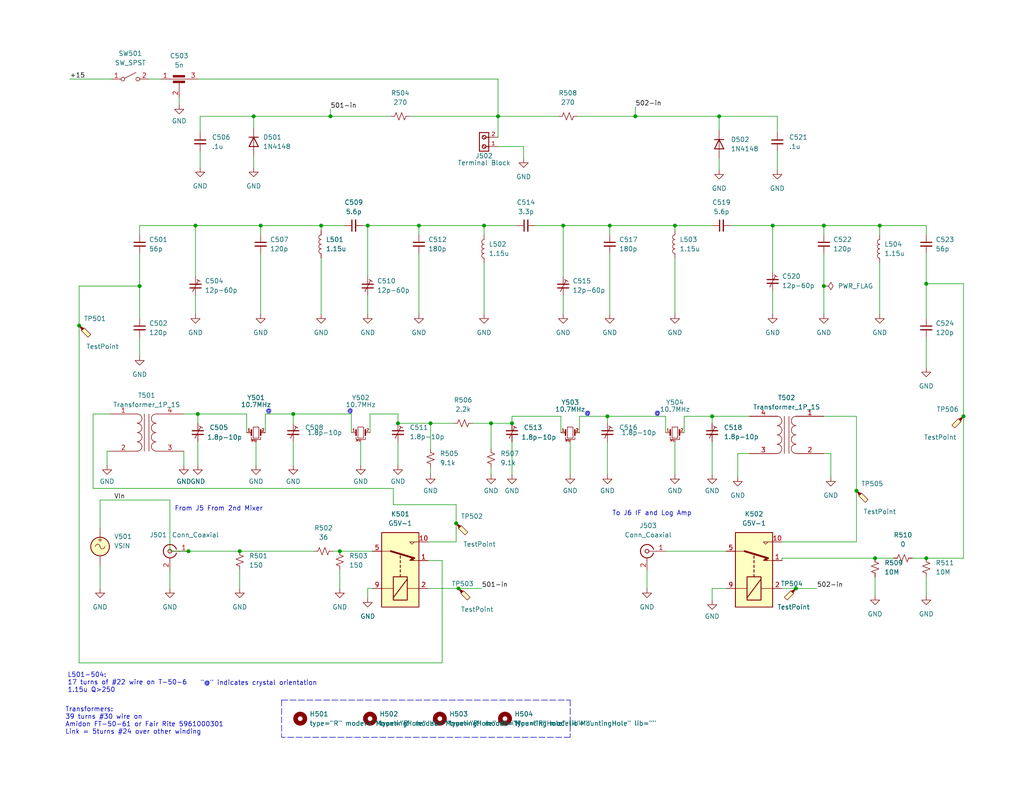
<source format=kicad_sch>
(kicad_sch (version 20211123) (generator eeschema)
  (paper "USLetter")
  (title_block (title "Spectrum Analyzer Resolution Filter") (date "2022-06-23") (rev "0.0") (company "Andy McCann KA3KAF and Doug McCann KA3KAG") (comment 2 "Wes Hayward W7ZOI") (comment 3 "Original Design By:"))
  (lib_symbols
    (symbol "691137710002:691137710002" (pin_names (offset 1.016) hide)
      (property "Reference" "J" (at -4.8768 -0.9144 0))
      (property "Value" "691137710002" (at -4.826 -2.5908 0))
      (symbol "691137710002_0_0"
        (pin passive line (at -2.54 -5.08 90) (length 2.54) (name "~") (number "1"))
        (pin passive line (at 0 -5.08 90) (length 2.54) (name "~") (number "2"))
      )
    )
    (symbol "Connector:Conn_Coaxial" (pin_names (offset 1.016) hide)
      (property "Reference" "J" (at 0.254 3.048 0))
      (property "Value" "Conn_Coaxial" (at 2.921 0 90))
      (symbol "Conn_Coaxial_1_1"
        (pin passive line (at -5.08 0 0) (length 2.54) (name "In") (number "1"))
        (pin passive line (at 0 -5.08 90) (length 2.54) (name "Ext") (number "2"))
      )
    )
    (symbol "Connector:TestPoint_Probe" (pin_numbers hide) (pin_names (offset 0.762) hide)
      (property "Reference" "TP" (at 1.651 5.842 0))
      (property "Value" "TestPoint_Probe" (at 1.651 4.064 0))
      (symbol "TestPoint_Probe_1_1"
        (pin passive line (at 0 0 90) (length 0) (name "1") (number "1"))
      )
    )
    (symbol "Device:C_Feedthrough" (pin_names (offset 0.254) hide)
      (property "Reference" "C" (at 0 7.62 0))
      (property "Value" "C_Feedthrough" (at 0 5.715 0))
      (symbol "C_Feedthrough_1_1"
        (pin passive line (at -5.08 2.54 0) (length 2.54) (name "1") (number "1"))
        (pin passive line (at 0 -2.54 90) (length 2.54) (name "2") (number "2"))
        (pin passive line (at 5.08 2.54 180) (length 2.54) (name "3") (number "3"))
      )
    )
    (symbol "Device:C_Small" (pin_numbers hide) (pin_names (offset 0.254) hide)
      (property "Reference" "C" (at 0.254 1.778 0))
      (property "Value" "C_Small" (at 0.254 -2.032 0))
      (symbol "C_Small_1_1"
        (pin passive line (at 0 2.54 270) (length 2.032) (name "~") (number "1"))
        (pin passive line (at 0 -2.54 90) (length 2.032) (name "~") (number "2"))
      )
    )
    (symbol "Device:C_Trim_Small" (pin_numbers hide) (pin_names (offset 0.254) hide)
      (property "Reference" "C" (at 1.524 -2.032 0))
      (property "Value" "C_Trim_Small" (at 3.048 -3.556 0))
      (symbol "C_Trim_Small_1_1"
        (pin passive line (at 0 2.54 270) (length 2.032) (name "~") (number "1"))
        (pin passive line (at 0 -2.54 90) (length 2.032) (name "~") (number "2"))
      )
    )
    (symbol "Device:Crystal_GND3_Small" (pin_names (offset 1.016) hide)
      (property "Reference" "Y" (at 0 5.08 0))
      (property "Value" "Crystal_GND3_Small" (at 0 3.175 0))
      (symbol "Crystal_GND3_Small_1_1"
        (pin passive line (at -2.54 0 0) (length 1.27) (name "1") (number "1"))
        (pin passive line (at 2.54 0 180) (length 1.27) (name "2") (number "2"))
        (pin passive line (at 0 -2.54 90) (length 0.635) (name "3") (number "3"))
      )
    )
    (symbol "Device:L" (pin_numbers hide) (pin_names (offset 1.016) hide)
      (property "Reference" "L" (at -1.27 0 90))
      (property "Value" "L" (at 1.905 0 90))
      (symbol "L_1_1"
        (pin passive line (at 0 3.81 270) (length 1.27) (name "1") (number "1"))
        (pin passive line (at 0 -3.81 90) (length 1.27) (name "2") (number "2"))
      )
    )
    (symbol "Device:R_Small_US" (pin_numbers hide) (pin_names (offset 0.254) hide)
      (property "Reference" "R" (at 0.762 0.508 0))
      (property "Value" "R_Small_US" (at 0.762 -1.016 0))
      (symbol "R_Small_US_1_1"
        (pin passive line (at 0 2.54 270) (length 1.016) (name "~") (number "1"))
        (pin passive line (at 0 -2.54 90) (length 1.016) (name "~") (number "2"))
      )
    )
    (symbol "Device:Transformer_1P_1S" (pin_names (offset 1.016) hide)
      (property "Reference" "T" (at 0 6.35 0))
      (property "Value" "Transformer_1P_1S" (at 0 -7.62 0))
      (symbol "Transformer_1P_1S_1_1"
        (pin passive line (at -10.16 5.08 0) (length 7.62) (name "AA") (number "1"))
        (pin passive line (at -10.16 -5.08 0) (length 7.62) (name "AB") (number "2"))
        (pin passive line (at 10.16 -5.08 180) (length 7.62) (name "SA") (number "3"))
        (pin passive line (at 10.16 5.08 180) (length 7.62) (name "SB") (number "4"))
      )
    )
    (symbol "Diode:1N4148" (pin_numbers hide) (pin_names (offset 1.016) hide)
      (property "Reference" "D" (at 0 2.54 0))
      (property "Value" "1N4148" (at 0 -2.54 0))
      (symbol "1N4148_1_1"
        (pin passive line (at -3.81 0 0) (length 2.54) (name "K") (number "1"))
        (pin passive line (at 3.81 0 180) (length 2.54) (name "A") (number "2"))
      )
    )
    (symbol "Mechanical:MountingHole" (pin_names (offset 1.016))
      (property "Reference" "H" (at 0 5.08 0))
      (property "Value" "MountingHole" (at 0 3.175 0))
    )
    (symbol "Relay:G5V-1"
      (property "Reference" "K" (at 11.43 3.81 0))
      (property "Value" "G5V-1" (at 11.43 1.27 0))
      (symbol "G5V-1_1_1"
        (pin passive line (at 2.54 7.62 270) (length 2.54) (name "~") (number "1"))
        (pin passive line (at 7.62 7.62 270) (length 2.54) (name "~") (number "10"))
        (pin passive line (at -5.08 7.62 270) (length 2.54) (name "~") (number "2"))
        (pin passive line (at 5.08 -7.62 90) (length 2.54) (name "~") (number "5"))
        (pin passive line (at 5.08 -7.62 90) (length 2.54) hide (name "~") (number "6"))
        (pin passive line (at -5.08 -7.62 90) (length 2.54) (name "~") (number "9"))
      )
    )
    (symbol "Simulation_SPICE:VSIN" (pin_numbers hide) (pin_names (offset 0.0254))
      (property "Reference" "V" (at 2.54 2.54 0))
      (property "Value" "VSIN" (at 2.54 0 0))
      (property "Spice_Model" "sin(0 1 1k)" (at 2.54 -2.54 0))
      (symbol "VSIN_0_0"
        (text "+" (at 0 1.905 0) (effects (font (size 1.27 1.27))))
      )
      (symbol "VSIN_1_1"
        (pin passive line (at 0 5.08 270) (length 2.54) (name "~") (number "1"))
        (pin passive line (at 0 -5.08 90) (length 2.54) (name "~") (number "2"))
      )
    )
    (symbol "Switch:SW_SPST" (pin_names (offset 0) hide)
      (property "Reference" "SW" (at 0 3.175 0))
      (property "Value" "SW_SPST" (at 0 -2.54 0))
      (symbol "SW_SPST_1_1"
        (pin passive line (at -5.08 0 0) (length 2.54) (name "A") (number "1"))
        (pin passive line (at 5.08 0 180) (length 2.54) (name "B") (number "2"))
      )
    )
    (symbol "power:GND" (power) (pin_names (offset 0))
      (property "Value" "GND" (at 0 -3.81 0))
      (symbol "GND_1_1"
        (pin power_in line (at 0 0 270) (length 0) hide (name "GND") (number "1"))
      )
    )
    (symbol "power:PWR_FLAG" (power) (pin_numbers hide) (pin_names (offset 0) hide)
      (property "Value" "PWR_FLAG" (at 0 3.81 0))
      (symbol "PWR_FLAG_0_0"
        (pin power_out line (at 0 0 90) (length 0) (name "pwr") (number "1"))
      )
    )
  )
  (junction (at 194.31 113.665))
  (junction (at 224.79 78.105))
  (junction (at 124.46 142.875))
  (junction (at 233.68 133.985))
  (junction (at 65.405 150.495))
  (junction (at 224.79 61.595))
  (junction (at 114.3 61.595))
  (junction (at 139.7 115.57))
  (junction (at 217.17 160.655))
  (junction (at 71.12 61.595))
  (junction (at 262.89 113.665))
  (junction (at 38.1 78.105))
  (junction (at 132.08 61.595))
  (junction (at 51.435 150.495))
  (junction (at 165.735 113.665))
  (junction (at 135.89 31.75))
  (junction (at 53.975 113.03))
  (junction (at 108.585 115.57))
  (junction (at 133.985 115.57))
  (junction (at 125.095 160.655))
  (junction (at 166.37 61.595))
  (junction (at 252.73 152.4))
  (junction (at 53.34 61.595))
  (junction (at 238.76 152.4))
  (junction (at 252.73 77.47))
  (junction (at 240.03 61.595))
  (junction (at 210.82 61.595))
  (junction (at 153.67 61.595))
  (junction (at 90.17 31.75))
  (junction (at 184.15 61.595))
  (junction (at 21.59 88.9))
  (junction (at 87.63 61.595))
  (junction (at 69.215 31.75))
  (junction (at 80.01 113.03))
  (junction (at 196.215 31.75))
  (junction (at 117.475 115.57))
  (junction (at 100.33 61.595))
  (junction (at 173.355 31.75))
  (junction (at 92.71 150.495))
  (wire (pts (xy 176.53 155.575) (xy 176.53 160.655)))
  (wire (pts (xy 120.65 153.035) (xy 120.65 180.975)))
  (wire (pts (xy 53.34 61.595) (xy 53.34 75.565)))
  (wire (pts (xy 139.7 115.57) (xy 139.7 113.665)))
  (wire (pts (xy 100.33 80.645) (xy 100.33 85.725)))
  (wire (pts (xy 107.315 137.795) (xy 124.46 137.795)))
  (wire (pts (xy 224.79 64.135) (xy 224.79 61.595)))
  (wire (pts (xy 117.475 122.555) (xy 117.475 115.57)))
  (wire (pts (xy 135.89 31.75) (xy 152.4 31.75)))
  (wire (pts (xy 48.895 26.67) (xy 48.895 28.575)))
  (wire (pts (xy 224.79 113.665) (xy 233.68 113.665)))
  (wire (pts (xy 184.15 70.485) (xy 184.15 85.725)))
  (wire (pts (xy 108.585 113.03) (xy 108.585 115.57)))
  (wire (pts (xy 240.03 64.135) (xy 240.03 61.595)))
  (wire (pts (xy 196.215 43.18) (xy 196.215 46.355)))
  (wire (pts (xy 224.79 123.825) (xy 226.695 123.825)))
  (wire (pts (xy 139.7 120.65) (xy 139.7 129.54)))
  (wire (pts (xy 252.73 92.075) (xy 252.73 100.33)))
  (wire (pts (xy 135.89 21.59) (xy 53.975 21.59)))
  (wire (pts (xy 101.6 150.495) (xy 92.71 150.495)))
  (wire (pts (xy 233.68 147.955) (xy 213.36 147.955)))
  (wire (pts (xy 166.37 69.215) (xy 166.37 85.725)))
  (wire (pts (xy 212.09 31.75) (xy 212.09 36.195)))
  (wire (pts (xy 38.1 97.155) (xy 38.1 92.075)))
  (wire (pts (xy 153.035 113.665) (xy 153.035 118.11)))
  (wire (pts (xy 184.15 120.65) (xy 184.15 129.54)))
  (wire (pts (xy 53.34 61.595) (xy 71.12 61.595)))
  (wire (pts (xy 90.17 29.845) (xy 90.17 31.75)))
  (wire (pts (xy 38.1 64.135) (xy 38.1 61.595)))
  (wire (pts (xy 53.975 113.03) (xy 67.31 113.03)))
  (wire (pts (xy 204.47 123.825) (xy 201.295 123.825)))
  (polyline (pts (xy 76.835 191.135) (xy 155.575 191.135)))
  (wire (pts (xy 213.36 160.655) (xy 217.17 160.655)))
  (wire (pts (xy 123.825 115.57) (xy 117.475 115.57)))
  (wire (pts (xy 204.47 113.665) (xy 194.31 113.665)))
  (wire (pts (xy 65.405 155.575) (xy 65.405 160.655)))
  (wire (pts (xy 100.33 61.595) (xy 114.3 61.595)))
  (wire (pts (xy 108.585 127) (xy 108.585 120.65)))
  (wire (pts (xy 87.63 61.595) (xy 93.98 61.595)))
  (wire (pts (xy 262.89 77.47) (xy 262.89 113.665)))
  (wire (pts (xy 262.89 113.665) (xy 262.89 152.4)))
  (wire (pts (xy 196.215 31.75) (xy 212.09 31.75)))
  (wire (pts (xy 210.82 61.595) (xy 210.82 74.295)))
  (wire (pts (xy 100.965 113.03) (xy 108.585 113.03)))
  (wire (pts (xy 46.355 155.575) (xy 46.355 160.655)))
  (wire (pts (xy 124.46 142.875) (xy 124.46 147.955)))
  (wire (pts (xy 153.67 61.595) (xy 153.67 75.565)))
  (polyline (pts (xy 155.575 191.135) (xy 155.575 201.295)))
  (wire (pts (xy 196.215 31.75) (xy 196.215 35.56)))
  (wire (pts (xy 25.4 113.03) (xy 29.845 113.03)))
  (wire (pts (xy 184.15 62.865) (xy 184.15 61.595)))
  (wire (pts (xy 54.61 41.275) (xy 54.61 45.72)))
  (wire (pts (xy 100.965 118.11) (xy 100.965 113.03)))
  (wire (pts (xy 194.31 113.665) (xy 194.31 115.57)))
  (wire (pts (xy 248.92 152.4) (xy 252.73 152.4)))
  (wire (pts (xy 25.4 113.03) (xy 25.4 133.35)))
  (wire (pts (xy 87.63 62.865) (xy 87.63 61.595)))
  (polyline (pts (xy 76.835 191.135) (xy 76.835 201.295)))
  (wire (pts (xy 107.315 133.35) (xy 107.315 137.795)))
  (wire (pts (xy 98.425 120.65) (xy 98.425 127)))
  (wire (pts (xy 142.875 40.005) (xy 135.89 40.005)))
  (wire (pts (xy 135.89 37.465) (xy 135.89 31.75)))
  (wire (pts (xy 69.215 31.75) (xy 69.215 34.925)))
  (wire (pts (xy 213.36 152.4) (xy 213.36 153.035)))
  (wire (pts (xy 184.15 61.595) (xy 194.31 61.595)))
  (wire (pts (xy 27.305 144.145) (xy 27.305 136.525)))
  (wire (pts (xy 173.355 31.75) (xy 196.215 31.75)))
  (wire (pts (xy 252.73 157.48) (xy 252.73 162.56)))
  (wire (pts (xy 100.33 160.655) (xy 100.33 163.195)))
  (wire (pts (xy 217.17 160.655) (xy 222.885 160.655)))
  (wire (pts (xy 51.435 150.495) (xy 65.405 150.495)))
  (wire (pts (xy 139.7 113.665) (xy 153.035 113.665)))
  (wire (pts (xy 166.37 64.135) (xy 166.37 61.595)))
  (wire (pts (xy 54.61 36.195) (xy 54.61 31.75)))
  (wire (pts (xy 132.08 64.135) (xy 132.08 61.595)))
  (wire (pts (xy 116.84 147.955) (xy 124.46 147.955)))
  (wire (pts (xy 87.63 70.485) (xy 87.63 85.725)))
  (wire (pts (xy 165.735 120.65) (xy 165.735 129.54)))
  (wire (pts (xy 128.905 115.57) (xy 133.985 115.57)))
  (wire (pts (xy 224.79 61.595) (xy 240.03 61.595)))
  (wire (pts (xy 133.985 127.635) (xy 133.985 129.54)))
  (wire (pts (xy 38.1 61.595) (xy 53.34 61.595)))
  (wire (pts (xy 142.875 43.18) (xy 142.875 40.005)))
  (wire (pts (xy 53.975 113.03) (xy 53.975 115.57)))
  (wire (pts (xy 50.165 113.03) (xy 53.975 113.03)))
  (wire (pts (xy 27.305 136.525) (xy 46.355 136.525)))
  (wire (pts (xy 38.1 78.105) (xy 38.1 86.995)))
  (wire (pts (xy 252.73 61.595) (xy 252.73 64.135)))
  (wire (pts (xy 252.73 69.215) (xy 252.73 77.47)))
  (wire (pts (xy 158.115 113.665) (xy 158.115 118.11)))
  (wire (pts (xy 210.82 61.595) (xy 224.79 61.595)))
  (wire (pts (xy 135.89 31.75) (xy 135.89 21.59)))
  (wire (pts (xy 29.845 123.19) (xy 29.21 123.19)))
  (wire (pts (xy 38.1 69.215) (xy 38.1 78.105)))
  (wire (pts (xy 186.69 113.665) (xy 186.69 118.11)))
  (wire (pts (xy 21.59 180.975) (xy 21.59 88.9)))
  (wire (pts (xy 21.59 78.105) (xy 38.1 78.105)))
  (wire (pts (xy 100.33 61.595) (xy 100.33 75.565)))
  (wire (pts (xy 210.82 79.375) (xy 210.82 85.725)))
  (wire (pts (xy 146.05 61.595) (xy 153.67 61.595)))
  (wire (pts (xy 165.735 113.665) (xy 158.115 113.665)))
  (wire (pts (xy 116.84 160.655) (xy 125.095 160.655)))
  (wire (pts (xy 157.48 31.75) (xy 173.355 31.75)))
  (wire (pts (xy 90.17 31.75) (xy 106.68 31.75)))
  (wire (pts (xy 116.84 153.035) (xy 120.65 153.035)))
  (wire (pts (xy 233.68 133.985) (xy 233.68 147.955)))
  (wire (pts (xy 194.31 160.655) (xy 194.31 163.83)))
  (wire (pts (xy 53.975 120.65) (xy 53.975 127)))
  (wire (pts (xy 198.12 150.495) (xy 181.61 150.495)))
  (wire (pts (xy 240.03 71.755) (xy 240.03 85.725)))
  (wire (pts (xy 51.435 150.495) (xy 46.355 150.495)))
  (wire (pts (xy 132.08 71.755) (xy 132.08 85.725)))
  (wire (pts (xy 85.725 150.495) (xy 65.405 150.495)))
  (wire (pts (xy 21.59 180.975) (xy 120.65 180.975)))
  (wire (pts (xy 71.12 61.595) (xy 87.63 61.595)))
  (wire (pts (xy 101.6 160.655) (xy 100.33 160.655)))
  (wire (pts (xy 92.71 150.495) (xy 90.805 150.495)))
  (wire (pts (xy 213.36 152.4) (xy 238.76 152.4)))
  (wire (pts (xy 80.01 113.03) (xy 72.39 113.03)))
  (wire (pts (xy 95.885 113.03) (xy 80.01 113.03)))
  (wire (pts (xy 133.985 122.555) (xy 133.985 115.57)))
  (wire (pts (xy 80.01 115.57) (xy 80.01 113.03)))
  (wire (pts (xy 72.39 113.03) (xy 72.39 118.11)))
  (wire (pts (xy 199.39 61.595) (xy 210.82 61.595)))
  (wire (pts (xy 67.31 113.03) (xy 67.31 118.11)))
  (wire (pts (xy 50.165 123.19) (xy 50.165 127)))
  (wire (pts (xy 117.475 129.54) (xy 117.475 127.635)))
  (wire (pts (xy 173.355 29.21) (xy 173.355 31.75)))
  (wire (pts (xy 54.61 31.75) (xy 69.215 31.75)))
  (wire (pts (xy 111.76 31.75) (xy 135.89 31.75)))
  (wire (pts (xy 117.475 115.57) (xy 108.585 115.57)))
  (wire (pts (xy 194.31 120.65) (xy 194.31 129.54)))
  (wire (pts (xy 53.34 80.645) (xy 53.34 85.725)))
  (wire (pts (xy 262.89 152.4) (xy 252.73 152.4)))
  (wire (pts (xy 243.84 152.4) (xy 238.76 152.4)))
  (wire (pts (xy 165.735 113.665) (xy 181.61 113.665)))
  (wire (pts (xy 224.79 78.105) (xy 224.79 85.725)))
  (wire (pts (xy 114.3 69.215) (xy 114.3 85.725)))
  (wire (pts (xy 198.12 160.655) (xy 194.31 160.655)))
  (wire (pts (xy 233.68 113.665) (xy 233.68 133.985)))
  (wire (pts (xy 238.76 157.48) (xy 238.76 162.56)))
  (wire (pts (xy 43.815 21.59) (xy 40.64 21.59)))
  (wire (pts (xy 80.01 120.65) (xy 80.01 127)))
  (wire (pts (xy 95.885 118.11) (xy 95.885 113.03)))
  (wire (pts (xy 92.71 155.575) (xy 92.71 160.655)))
  (wire (pts (xy 166.37 61.595) (xy 184.15 61.595)))
  (polyline (pts (xy 155.575 201.295) (xy 76.835 201.295)))
  (wire (pts (xy 69.215 31.75) (xy 90.17 31.75)))
  (wire (pts (xy 21.59 88.9) (xy 21.59 78.105)))
  (wire (pts (xy 27.305 160.655) (xy 27.305 154.305)))
  (wire (pts (xy 124.46 137.795) (xy 124.46 142.875)))
  (wire (pts (xy 224.79 69.215) (xy 224.79 78.105)))
  (wire (pts (xy 25.4 133.35) (xy 107.315 133.35)))
  (wire (pts (xy 99.06 61.595) (xy 100.33 61.595)))
  (wire (pts (xy 132.08 61.595) (xy 140.97 61.595)))
  (wire (pts (xy 194.31 113.665) (xy 186.69 113.665)))
  (wire (pts (xy 201.295 123.825) (xy 201.295 130.175)))
  (wire (pts (xy 240.03 61.595) (xy 252.73 61.595)))
  (wire (pts (xy 212.09 41.275) (xy 212.09 46.355)))
  (wire (pts (xy 153.67 61.595) (xy 166.37 61.595)))
  (wire (pts (xy 71.12 69.215) (xy 71.12 85.725)))
  (wire (pts (xy 69.215 42.545) (xy 69.215 45.72)))
  (wire (pts (xy 153.67 80.645) (xy 153.67 85.725)))
  (wire (pts (xy 19.05 21.59) (xy 30.48 21.59)))
  (wire (pts (xy 139.7 115.57) (xy 133.985 115.57)))
  (wire (pts (xy 29.21 123.19) (xy 29.21 127)))
  (wire (pts (xy 46.355 136.525) (xy 46.355 150.495)))
  (wire (pts (xy 69.85 120.65) (xy 69.85 127)))
  (wire (pts (xy 252.73 77.47) (xy 252.73 86.995)))
  (wire (pts (xy 114.3 61.595) (xy 132.08 61.595)))
  (wire (pts (xy 155.575 120.65) (xy 155.575 129.54)))
  (wire (pts (xy 181.61 113.665) (xy 181.61 118.11)))
  (wire (pts (xy 252.73 77.47) (xy 262.89 77.47)))
  (wire (pts (xy 71.12 64.135) (xy 71.12 61.595)))
  (wire (pts (xy 125.095 160.655) (xy 131.445 160.655)))
  (wire (pts (xy 114.3 64.135) (xy 114.3 61.595)))
  (wire (pts (xy 226.695 123.825) (xy 226.695 130.175)))
  (wire (pts (xy 165.735 115.57) (xy 165.735 113.665)))
  (text "@" (at 178.435 113.665 0) (effects (font (size 1.27 1.27)) (justify left bottom)))
  (text "Transformers:\n39 turns #30 wire on\nAmidon FT-50-61 or Fair Rite 5961000301\nLink = 5turns #24 over other winding" (at 17.78 200.66 0) (effects (font (size 1.27 1.27)) (justify left bottom)))
  (text "From J5 From 2nd Mixer" (at 47.625 139.7 0) (effects (font (size 1.27 1.27)) (justify left bottom)))
  (text "@" (at 159.385 113.665 0) (effects (font (size 1.27 1.27)) (justify left bottom)))
  (text "To J6 IF and Log Amp" (at 167.005 140.97 0) (effects (font (size 1.27 1.27)) (justify left bottom)))
  (text "\"@\" indicates crystal orientation" (at 54.61 187.325 0) (effects (font (size 1.27 1.27)) (justify left bottom)))
  (text "@" (at 94.615 113.03 0) (effects (font (size 1.27 1.27)) (justify left bottom)))
  (text "@" (at 72.39 113.03 0) (effects (font (size 1.27 1.27)) (justify left bottom)))
  (text "L501-504:\n17 turns of #22 wire on T-50-6\n1.15u Q>250" (at 18.415 189.23 0) (effects (font (size 1.27 1.27)) (justify left bottom)))
  (label "501-in" (at 90.17 29.845 0))
  (label "502-in" (at 173.355 29.21 0))
  (label "502-in" (at 222.885 160.655 0))
  (label "+15" (at 19.05 21.59 0))
  (label "VIn" (at 31.115 136.525 0))
  (label "501-in" (at 131.445 160.655 0))
  (symbol (lib_id "Device:R_Small_US") (at 117.475 125.095 0) (unit 1)
    (property "Reference" "R505" (at 120.015 123.8249 0) (effects (justify left)))
    (property "Value" "9.1k" (at 120.015 126.3649 0) (effects (justify left)))
    (property "Footprint" "Resistor_THT:R_Axial_DIN0207_L6.3mm_D2.5mm_P7.62mm_Horizontal" (effects hide))
    (property "Datasheet" "https://www.yageo.com/upload/media/product/productsearch/datasheet/lr/YAGEO%20RSF_datasheet_2021v0.pdf" (effects hide))
  )
  (symbol (lib_id "power:GND") (at 100.33 163.195 0) (unit 1)
    (property "Reference" "#PWR0519" (effects hide))
    (property "Value" "GND" (at 100.33 168.275 0))
  )
  (symbol (lib_id "Device:L") (at 87.63 66.675 0) (mirror y) (unit 1)
    (property "Reference" "L501" (at 88.9 65.4049 0) (effects (justify right)))
    (property "Value" "1.15u" (at 88.9 67.9449 0) (effects (justify right)))
    (property "Footprint" "Inductor_THT:L_Toroid_Vertical_L13.0mm_W6.5mm_P5.60mm" (effects hide))
  )
  (symbol (lib_id "Connector:TestPoint_Probe") (at 217.17 160.655 180) (unit 1)
    (property "Reference" "TP504" (at 219.075 159.385 0) (effects (justify left)))
    (property "Value" "TestPoint" (at 220.98 165.735 0) (effects (justify left)))
    (property "Footprint" "TestPoint:TestPoint_Pad_1.0x1.0mm" (effects hide))
    (property "Spice_Netlist_Enabled" "N" (effects hide))
  )
  (symbol (lib_id "power:GND") (at 71.12 85.725 0) (unit 1)
    (property "Reference" "#PWR0513" (effects hide))
    (property "Value" "GND" (at 71.12 90.805 0))
  )
  (symbol (lib_id "Device:C_Small") (at 71.12 66.675 0) (unit 1)
    (property "Reference" "C507" (at 73.66 65.4112 0) (effects (justify left)))
    (property "Value" "120p" (at 73.66 67.9512 0) (effects (justify left)))
    (property "Footprint" "Capacitor_THT:C_Disc_D5.0mm_W2.5mm_P5.00mm" (effects hide))
    (property "Datasheet" "https://www.vishay.com/docs/45171/kseries.pdf" (effects hide))
  )
  (symbol (lib_id "power:GND") (at 212.09 46.355 0) (unit 1)
    (property "Reference" "#PWR0539" (effects hide))
    (property "Value" "GND" (at 212.09 51.435 0))
  )
  (symbol (lib_id "Device:Transformer_1P_1S") (at 214.63 118.745 0) (mirror y) (unit 1)
    (property "Reference" "T502" (at 214.6173 108.585 0))
    (property "Value" "Transformer_1P_1S" (at 214.6173 111.125 0))
    (property "Footprint" "Transformer_THT:Transformer_Toroid_Horizontal_D14.0mm_Amidon-T50" (effects hide))
  )
  (symbol (lib_id "Device:C_Trim_Small") (at 210.82 76.835 0) (unit 1)
    (property "Reference" "C520" (at 213.36 75.4379 0) (effects (justify left)))
    (property "Value" "12p-60p" (at 213.36 77.9779 0) (effects (justify left)))
    (property "Footprint" "resolution-filters:GKG60015" (effects hide))
    (property "Datasheet" "https://media.digikey.com/pdf/Data%20Sheets/EW%20Electronics-Edmar/GKGxx015_016_Series_DS.pdf" (effects hide))
  )
  (symbol (lib_id "Device:C_Small") (at 212.09 38.735 0) (unit 1)
    (property "Reference" "C521" (at 215.265 37.4712 0) (effects (justify left)))
    (property "Value" ".1u" (at 215.265 40.0112 0) (effects (justify left)))
    (property "Footprint" "Capacitor_THT:C_Disc_D5.0mm_W2.5mm_P5.00mm" (effects hide))
    (property "Datasheet" "https://www.vishay.com/docs/45171/kseries.pdf" (effects hide))
  )
  (symbol (lib_id "Device:C_Small") (at 38.1 89.535 0) (unit 1)
    (property "Reference" "C502" (at 40.64 88.2712 0) (effects (justify left)))
    (property "Value" "120p" (at 40.64 90.8112 0) (effects (justify left)))
    (property "Footprint" "Capacitor_THT:C_Disc_D5.0mm_W2.5mm_P5.00mm" (effects hide))
    (property "Datasheet" "https://www.vishay.com/docs/45171/kseries.pdf" (effects hide))
  )
  (symbol (lib_id "Diode:1N4148") (at 69.215 38.735 270) (unit 1)
    (property "Reference" "D501" (at 71.755 37.4649 90) (effects (justify left)))
    (property "Value" "1N4148" (at 71.755 40.0049 90) (effects (justify left)))
    (property "Footprint" "Diode_THT:D_DO-35_SOD27_P7.62mm_Horizontal" (effects hide))
    (property "Datasheet" "https://assets.nexperia.com/documents/data-sheet/1N4148_1N4448.pdf" (effects hide))
  )
  (symbol (lib_id "Device:C_Small") (at 96.52 61.595 90) (unit 1)
    (property "Reference" "C509" (at 96.5263 55.245 90))
    (property "Value" "5.6p" (at 96.5263 57.785 90))
    (property "Footprint" "Capacitor_THT:C_Disc_D5.0mm_W2.5mm_P5.00mm" (effects hide))
    (property "Datasheet" "https://connect.kemet.com:7667/gateway/IntelliData-ComponentDocumentation/1.0/download/datasheet/C317C569D5G5TA" (effects hide))
  )
  (symbol (lib_id "Device:C_Small") (at 114.3 66.675 0) (unit 1)
    (property "Reference" "C512" (at 116.84 65.4112 0) (effects (justify left)))
    (property "Value" "180p" (at 116.84 67.9512 0) (effects (justify left)))
    (property "Footprint" "Capacitor_THT:C_Disc_D5.0mm_W2.5mm_P5.00mm" (effects hide))
    (property "Datasheet" "https://www.vishay.com/docs/45171/kseries.pdf" (effects hide))
  )
  (symbol (lib_id "power:GND") (at 194.31 163.83 0) (unit 1)
    (property "Reference" "#PWR0535" (effects hide))
    (property "Value" "GND" (at 194.31 168.275 0))
  )
  (symbol (lib_id "power:GND") (at 201.295 130.175 0) (unit 1)
    (property "Reference" "#PWR0537" (effects hide))
    (property "Value" "GND" (at 201.295 135.255 0))
  )
  (symbol (lib_id "Connector:Conn_Coaxial") (at 176.53 150.495 0) (mirror y) (unit 1)
    (property "Reference" "J503" (at 176.8474 143.51 0))
    (property "Value" "Conn_Coaxial" (at 176.8474 146.05 0))
    (property "Footprint" "Connector_Wire:SolderWire-0.5sqmm_1x02_P4.6mm_D0.9mm_OD2.1mm" (effects hide))
    (property "Datasheet" " ~" (effects hide))
    (property "Spice_Primitive" "J" (effects hide))
    (property "Spice_Model" "Conn_Coaxial" (effects hide))
    (property "Spice_Netlist_Enabled" "N" (effects hide))
  )
  (symbol (lib_id "power:GND") (at 29.21 127 0) (unit 1)
    (property "Reference" "#PWR0502" (effects hide))
    (property "Value" "GND" (at 29.21 131.445 0))
  )
  (symbol (lib_id "Device:C_Small") (at 252.73 89.535 0) (unit 1)
    (property "Reference" "C524" (at 255.27 88.2712 0) (effects (justify left)))
    (property "Value" "120p" (at 255.27 90.8112 0) (effects (justify left)))
    (property "Footprint" "Capacitor_THT:C_Disc_D5.0mm_W2.5mm_P5.00mm" (effects hide))
    (property "Datasheet" "https://www.vishay.com/docs/45171/kseries.pdf" (effects hide))
  )
  (symbol (lib_id "Device:R_Small_US") (at 154.94 31.75 90) (unit 1)
    (property "Reference" "R508" (at 154.94 25.4 90))
    (property "Value" "270" (at 154.94 27.94 90))
    (property "Footprint" "Resistor_THT:R_Axial_DIN0207_L6.3mm_D2.5mm_P7.62mm_Horizontal" (effects hide))
    (property "Datasheet" "https://www.yageo.com/upload/media/product/productsearch/datasheet/lr/YAGEO%20RSF_datasheet_2021v0.pdf" (effects hide))
  )
  (symbol (lib_id "power:GND") (at 114.3 85.725 0) (unit 1)
    (property "Reference" "#PWR0521" (effects hide))
    (property "Value" "GND" (at 114.3 90.805 0))
  )
  (symbol (lib_id "power:GND") (at 166.37 85.725 0) (unit 1)
    (property "Reference" "#PWR0530" (effects hide))
    (property "Value" "GND" (at 166.37 90.805 0))
  )
  (symbol (lib_id "power:GND") (at 139.7 129.54 0) (unit 1)
    (property "Reference" "#PWR0525" (effects hide))
    (property "Value" "GND" (at 139.7 133.985 0))
  )
  (symbol (lib_id "Device:R_Small_US") (at 238.76 154.94 0) (unit 1)
    (property "Reference" "R509" (at 241.3 153.6699 0) (effects (justify left)))
    (property "Value" "10M" (at 241.3 156.2099 0) (effects (justify left)))
    (property "Footprint" "Resistor_THT:R_Axial_DIN0207_L6.3mm_D2.5mm_P7.62mm_Horizontal" (effects hide))
    (property "Datasheet" "https://www.yageo.com/upload/media/product/productsearch/datasheet/lr/YAGEO%20RSF_datasheet_2021v0.pdf" (effects hide))
  )
  (symbol (lib_id "power:GND") (at 108.585 127 0) (unit 1)
    (property "Reference" "#PWR0520" (effects hide))
    (property "Value" "GND" (at 108.585 131.445 0))
  )
  (symbol (lib_id "Connector:Conn_Coaxial") (at 46.355 150.495 0) (mirror y) (unit 1)
    (property "Reference" "J501" (at 43.18 146.05 0))
    (property "Value" "Conn_Coaxial" (at 53.34 146.05 0))
    (property "Footprint" "Connector_Wire:SolderWire-0.5sqmm_1x02_P4.6mm_D0.9mm_OD2.1mm" (effects hide))
    (property "Datasheet" " ~" (effects hide))
    (property "Spice_Primitive" "J" (effects hide))
    (property "Spice_Model" "Conn_Coaxial" (effects hide))
    (property "Spice_Netlist_Enabled" "N" (effects hide))
  )
  (symbol (lib_id "Device:C_Feedthrough") (at 48.895 24.13 0) (unit 1) (on_board no)
    (property "Reference" "C503" (at 48.895 15.24 0))
    (property "Value" "5n" (at 48.895 17.78 0))
    (property "Datasheet" "https://www.murata.com/en-us/products/productdata/8796771614750/ENFF0031.pdf" (effects hide))
  )
  (symbol (lib_id "power:GND") (at 252.73 100.33 0) (unit 1)
    (property "Reference" "#PWR0544" (effects hide))
    (property "Value" "GND" (at 252.73 105.41 0))
  )
  (symbol (lib_id "Device:C_Trim_Small") (at 53.34 78.105 0) (unit 1)
    (property "Reference" "C504" (at 55.88 76.7079 0) (effects (justify left)))
    (property "Value" "12p-60p" (at 55.88 79.2479 0) (effects (justify left)))
    (property "Footprint" "resolution-filters:GKG60015" (effects hide))
    (property "Datasheet" "https://media.digikey.com/pdf/Data%20Sheets/EW%20Electronics-Edmar/GKGxx015_016_Series_DS.pdf" (effects hide))
  )
  (symbol (lib_id "power:GND") (at 69.85 127 0) (unit 1)
    (property "Reference" "#PWR0512" (effects hide))
    (property "Value" "GND" (at 69.85 131.445 0))
  )
  (symbol (lib_id "Device:C_Trim_Small") (at 80.01 118.11 0) (unit 1)
    (property "Reference" "C508" (at 83.185 116.7129 0) (effects (justify left)))
    (property "Value" "1.8p-10p" (at 83.82 118.11 0) (effects (justify left)))
    (property "Footprint" "resolution-filters:GKG60015" (effects hide))
    (property "Datasheet" "https://media.digikey.com/pdf/Data%20Sheets/EW%20Electronics-Edmar/GKGxx015_016_Series_DS.pdf" (effects hide))
  )
  (symbol (lib_id "Device:R_Small_US") (at 133.985 125.095 0) (unit 1)
    (property "Reference" "R507" (at 136.525 123.8249 0) (effects (justify left)))
    (property "Value" "9.1k" (at 136.525 126.3649 0) (effects (justify left)))
    (property "Footprint" "Resistor_THT:R_Axial_DIN0207_L6.3mm_D2.5mm_P7.62mm_Horizontal" (effects hide))
    (property "Datasheet" "https://www.yageo.com/upload/media/product/productsearch/datasheet/lr/YAGEO%20RSF_datasheet_2021v0.pdf" (effects hide))
  )
  (symbol (lib_id "691137710002:691137710002") (at 130.81 37.465 90) (unit 1)
    (property "Reference" "J502" (at 132.08 42.545 90))
    (property "Value" "Terminal Block" (at 132.08 44.45 90))
    (property "Footprint" "resolution-filters:691137710002" (effects hide))
    (property "Datasheet" "https://www.we-online.com/katalog/datasheet/6911031100xx.pdf" (effects hide))
    (property "MOUNT" "THT" (effects hide))
    (property "WORKING-VOLTAGE-UL" "300V(AC)" (effects hide))
    (property "PITCH" "5mm" (effects hide))
    (property "DATASHEET-URL" "https://www.we-online.com/catalog/datasheet/691137710002.pdf" (effects hide))
    (property "VALUE" "691137710002" (effects hide))
    (property "PART-NUMBER" "691137710002" (effects hide))
    (property "TYPE" "Horizontal" (effects hide))
    (property "PINS" "2" (effects hide))
    (property "WIRE" "12 to 30 (AWG) 3.31 to 0.05 (mm²)" (effects hide))
    (property "IR-UL" "16A" (effects hide))
    (property "Spice_Primitive" "J" (effects hide))
    (property "Spice_Model" "Terminal Block" (effects hide))
    (property "Spice_Netlist_Enabled" "N" (effects hide))
    (property "IR-VDE" "24A" (effects hide))
    (property "WORKING-VOLTAGE-VDE" "250V(AC)" (effects hide))
  )
  (symbol (lib_id "Device:C_Trim_Small") (at 153.67 78.105 0) (unit 1)
    (property "Reference" "C515" (at 156.21 76.7079 0) (effects (justify left)))
    (property "Value" "12p-60p" (at 156.21 79.2479 0) (effects (justify left)))
    (property "Footprint" "resolution-filters:GKG60015" (effects hide))
    (property "Datasheet" "https://media.digikey.com/pdf/Data%20Sheets/EW%20Electronics-Edmar/GKGxx015_016_Series_DS.pdf" (effects hide))
  )
  (symbol (lib_id "Device:R_Small_US") (at 92.71 153.035 0) (unit 1)
    (property "Reference" "R503" (at 95.25 151.7649 0) (effects (justify left)))
    (property "Value" "150" (at 95.25 154.3049 0) (effects (justify left)))
    (property "Footprint" "Resistor_THT:R_Axial_DIN0207_L6.3mm_D2.5mm_P7.62mm_Horizontal" (effects hide))
    (property "Datasheet" "https://www.yageo.com/upload/media/product/productsearch/datasheet/lr/YAGEO%20RSF_datasheet_2021v0.pdf" (effects hide))
  )
  (symbol (lib_id "Device:R_Small_US") (at 252.73 154.94 0) (unit 1)
    (property "Reference" "R511" (at 255.27 153.6699 0) (effects (justify left)))
    (property "Value" "10M" (at 255.27 156.2099 0) (effects (justify left)))
    (property "Footprint" "Resistor_THT:R_Axial_DIN0207_L6.3mm_D2.5mm_P7.62mm_Horizontal" (effects hide))
    (property "Datasheet" "https://www.yageo.com/upload/media/product/productsearch/datasheet/lr/YAGEO%20RSF_datasheet_2021v0.pdf" (effects hide))
  )
  (symbol (lib_id "Device:C_Trim_Small") (at 53.975 118.11 0) (unit 1)
    (property "Reference" "C505" (at 57.15 116.7129 0) (effects (justify left)))
    (property "Value" "1.8p-10p" (at 56.515 119.38 0) (effects (justify left)))
    (property "Footprint" "resolution-filters:GKG60015" (effects hide))
    (property "Datasheet" "https://media.digikey.com/pdf/Data%20Sheets/EW%20Electronics-Edmar/GKGxx015_016_Series_DS.pdf" (effects hide))
  )
  (symbol (lib_id "Mechanical:MountingHole") (at 81.915 196.215 0) (unit 1)
    (property "Reference" "H501" (at 84.455 194.9449 0) (effects (justify left)))
    (property "Value" "MountingHole" (at 84.455 197.4849 0) (effects (justify left)))
    (property "Footprint" "MountingHole:MountingHole_3.2mm_M3" (effects hide))
    (property "Spice_Primitive" "R" (effects hide))
    (property "Spice_Netlist_Enabled" "N" (effects hide))
  )
  (symbol (lib_id "Connector:TestPoint_Probe") (at 124.46 142.875 0) (mirror x) (unit 1)
    (property "Reference" "TP502" (at 125.73 140.97 0) (effects (justify left)))
    (property "Value" "TestPoint" (at 126.365 148.59 0) (effects (justify left)))
    (property "Footprint" "TestPoint:TestPoint_Pad_1.0x1.0mm" (effects hide))
    (property "Spice_Netlist_Enabled" "N" (effects hide))
  )
  (symbol (lib_id "power:GND") (at 176.53 160.655 0) (unit 1)
    (property "Reference" "#PWR0531" (effects hide))
    (property "Value" "GND" (at 176.53 165.735 0))
  )
  (symbol (lib_id "power:GND") (at 226.695 130.175 0) (unit 1)
    (property "Reference" "#PWR0541" (effects hide))
    (property "Value" "GND" (at 226.695 135.255 0))
  )
  (symbol (lib_id "power:GND") (at 153.67 85.725 0) (unit 1)
    (property "Reference" "#PWR0527" (effects hide))
    (property "Value" "GND" (at 153.67 90.805 0))
  )
  (symbol (lib_id "power:GND") (at 53.34 85.725 0) (unit 1)
    (property "Reference" "#PWR0507" (effects hide))
    (property "Value" "GND" (at 53.34 90.805 0))
  )
  (symbol (lib_id "Diode:1N4148") (at 196.215 39.37 270) (unit 1)
    (property "Reference" "D502" (at 199.39 38.0999 90) (effects (justify left)))
    (property "Value" "1N4148" (at 199.39 40.6399 90) (effects (justify left)))
    (property "Footprint" "Diode_THT:D_DO-35_SOD27_P7.62mm_Horizontal" (effects hide))
    (property "Datasheet" "https://assets.nexperia.com/documents/data-sheet/1N4148_1N4448.pdf" (effects hide))
  )
  (symbol (lib_id "power:GND") (at 48.895 28.575 0) (unit 1)
    (property "Reference" "#PWR0505" (effects hide))
    (property "Value" "GND" (at 48.895 33.02 0))
  )
  (symbol (lib_id "Device:R_Small_US") (at 109.22 31.75 90) (unit 1)
    (property "Reference" "R504" (at 109.22 25.4 90))
    (property "Value" "270" (at 109.22 27.94 90))
    (property "Footprint" "Resistor_THT:R_Axial_DIN0207_L6.3mm_D2.5mm_P7.62mm_Horizontal" (effects hide))
    (property "Datasheet" "https://www.yageo.com/upload/media/product/productsearch/datasheet/lr/YAGEO%20RSF_datasheet_2021v0.pdf" (effects hide))
  )
  (symbol (lib_id "Device:C_Trim_Small") (at 139.7 118.11 0) (unit 1)
    (property "Reference" "C513" (at 142.875 116.7129 0) (effects (justify left)))
    (property "Value" "1.8p-10p" (at 142.24 119.38 0) (effects (justify left)))
    (property "Footprint" "resolution-filters:GKG60015" (effects hide))
    (property "Datasheet" "https://media.digikey.com/pdf/Data%20Sheets/EW%20Electronics-Edmar/GKGxx015_016_Series_DS.pdf" (effects hide))
  )
  (symbol (lib_id "Mechanical:MountingHole") (at 137.795 196.215 0) (unit 1)
    (property "Reference" "H504" (at 140.335 194.9449 0) (effects (justify left)))
    (property "Value" "MountingHole" (at 140.335 197.4849 0) (effects (justify left)))
    (property "Footprint" "MountingHole:MountingHole_3.2mm_M3" (effects hide))
    (property "Spice_Primitive" "R" (effects hide))
    (property "Spice_Netlist_Enabled" "N" (effects hide))
  )
  (symbol (lib_id "Connector:TestPoint_Probe") (at 21.59 88.9 0) (mirror x) (unit 1)
    (property "Reference" "TP501" (at 22.86 86.995 0) (effects (justify left)))
    (property "Value" "TestPoint" (at 23.495 94.615 0) (effects (justify left)))
    (property "Footprint" "TestPoint:TestPoint_Pad_1.0x1.0mm" (effects hide))
    (property "Spice_Netlist_Enabled" "N" (effects hide))
  )
  (symbol (lib_id "Device:Crystal_GND3_Small") (at 155.575 118.11 0) (unit 1)
    (property "Reference" "Y503" (at 155.575 109.855 0))
    (property "Value" "10.7MHz" (at 155.575 111.76 0))
    (property "Footprint" "resolution-filters:XTAL_ECS-10.7-7.5B" (effects hide))
    (property "Datasheet" "https://www.digikey.com/en/products/detail/ecs-inc/ECS-10-7-7-5B/110031" (effects hide))
  )
  (symbol (lib_id "Device:C_Trim_Small") (at 108.585 118.11 0) (unit 1)
    (property "Reference" "C511" (at 111.76 116.7129 0) (effects (justify left)))
    (property "Value" "1.8p-10p" (at 111.76 119.2529 0) (effects (justify left)))
    (property "Footprint" "resolution-filters:GKG60015" (effects hide))
    (property "Datasheet" "https://media.digikey.com/pdf/Data%20Sheets/EW%20Electronics-Edmar/GKGxx015_016_Series_DS.pdf" (effects hide))
  )
  (symbol (lib_id "power:PWR_FLAG") (at 224.79 78.105 270) (unit 1)
    (property "Reference" "#FLG0501" (effects hide))
    (property "Value" "PWR_FLAG" (at 228.6 78.1049 90) (effects (justify left)))
  )
  (symbol (lib_id "power:GND") (at 65.405 160.655 0) (unit 1)
    (property "Reference" "#PWR0510" (effects hide))
    (property "Value" "GND" (at 65.405 165.735 0))
  )
  (symbol (lib_id "Device:Transformer_1P_1S") (at 40.005 118.11 0) (unit 1)
    (property "Reference" "T501" (at 40.0177 107.95 0))
    (property "Value" "Transformer_1P_1S" (at 40.0177 110.49 0))
    (property "Footprint" "Transformer_THT:Transformer_Toroid_Horizontal_D14.0mm_Amidon-T50" (effects hide))
  )
  (symbol (lib_id "Device:C_Small") (at 252.73 66.675 0) (unit 1)
    (property "Reference" "C523" (at 255.27 65.4112 0) (effects (justify left)))
    (property "Value" "56p" (at 255.27 67.9512 0) (effects (justify left)))
    (property "Footprint" "Capacitor_THT:C_Disc_D5.0mm_W2.5mm_P5.00mm" (effects hide))
    (property "Datasheet" "https://www.vishay.com/docs/45171/kseries.pdf" (effects hide))
  )
  (symbol (lib_id "Mechanical:MountingHole") (at 100.965 196.215 0) (unit 1)
    (property "Reference" "H502" (at 103.505 194.9449 0) (effects (justify left)))
    (property "Value" "MountingHole" (at 103.505 197.4849 0) (effects (justify left)))
    (property "Footprint" "MountingHole:MountingHole_3.2mm_M3" (effects hide))
    (property "Spice_Primitive" "R" (effects hide))
    (property "Spice_Netlist_Enabled" "N" (effects hide))
  )
  (symbol (lib_id "Device:C_Small") (at 166.37 66.675 0) (unit 1)
    (property "Reference" "C517" (at 168.91 65.4112 0) (effects (justify left)))
    (property "Value" "180p" (at 168.91 67.9512 0) (effects (justify left)))
    (property "Footprint" "Capacitor_THT:C_Disc_D5.0mm_W2.5mm_P5.00mm" (effects hide))
    (property "Datasheet" "https://www.vishay.com/docs/45171/kseries.pdf" (effects hide))
  )
  (symbol (lib_id "power:GND") (at 38.1 97.155 0) (unit 1)
    (property "Reference" "#PWR0503" (effects hide))
    (property "Value" "GND" (at 38.1 102.235 0))
  )
  (symbol (lib_id "power:GND") (at 69.215 45.72 0) (unit 1)
    (property "Reference" "#PWR0511" (effects hide))
    (property "Value" "GND" (at 69.215 50.8 0))
  )
  (symbol (lib_id "power:GND") (at 252.73 162.56 0) (unit 1)
    (property "Reference" "#PWR0545" (effects hide))
    (property "Value" "GND" (at 252.73 167.64 0))
  )
  (symbol (lib_id "power:GND") (at 194.31 129.54 0) (unit 1)
    (property "Reference" "#PWR0534" (effects hide))
    (property "Value" "GND" (at 194.31 133.985 0))
  )
  (symbol (lib_id "Connector:TestPoint_Probe") (at 233.68 133.985 0) (mirror x) (unit 1)
    (property "Reference" "TP505" (at 234.95 132.08 0) (effects (justify left)))
    (property "Value" "TestPoint" (at 235.585 139.7 0) (effects (justify left)))
    (property "Footprint" "TestPoint:TestPoint_Pad_1.0x1.0mm" (effects hide))
    (property "Spice_Netlist_Enabled" "N" (effects hide))
  )
  (symbol (lib_id "power:GND") (at 46.355 160.655 0) (unit 1)
    (property "Reference" "#PWR0504" (effects hide))
    (property "Value" "GND" (at 46.355 165.735 0))
  )
  (symbol (lib_id "power:GND") (at 240.03 85.725 0) (unit 1)
    (property "Reference" "#PWR0543" (effects hide))
    (property "Value" "GND" (at 240.03 90.805 0))
  )
  (symbol (lib_id "power:GND") (at 210.82 85.725 0) (unit 1)
    (property "Reference" "#PWR0538" (effects hide))
    (property "Value" "GND" (at 210.82 90.805 0))
  )
  (symbol (lib_id "Device:Crystal_GND3_Small") (at 184.15 118.11 0) (unit 1)
    (property "Reference" "Y504" (at 184.15 109.855 0))
    (property "Value" "10.7MHz" (at 184.15 111.76 0))
    (property "Footprint" "resolution-filters:XTAL_ECS-10.7-7.5B" (effects hide))
    (property "Datasheet" "https://www.digikey.com/en/products/detail/ecs-inc/ECS-10-7-7-5B/110031" (effects hide))
  )
  (symbol (lib_id "Device:L") (at 184.15 66.675 0) (mirror y) (unit 1)
    (property "Reference" "L503" (at 185.42 65.4049 0) (effects (justify right)))
    (property "Value" "1.15u" (at 185.42 67.9449 0) (effects (justify right)))
    (property "Footprint" "Inductor_THT:L_Toroid_Vertical_L13.0mm_W6.5mm_P5.60mm" (effects hide))
  )
  (symbol (lib_id "power:GND") (at 87.63 85.725 0) (unit 1)
    (property "Reference" "#PWR0515" (effects hide))
    (property "Value" "GND" (at 87.63 90.805 0))
  )
  (symbol (lib_id "Simulation_SPICE:VSIN") (at 27.305 149.225 0) (unit 1) (in_bom no) (on_board no)
    (property "Reference" "V501" (at 31.115 146.4951 0) (effects (justify left)))
    (property "Value" "VSIN" (at 31.115 149.0351 0) (effects (justify left)))
    (property "Spice_Netlist_Enabled" "Y" (effects hide))
    (property "Spice_Primitive" "V" (effects hide))
    (property "Spice_Model" "ac 1" (at 31.115 151.765 0) (effects (justify left)))
  )
  (symbol (lib_id "Device:C_Small") (at 54.61 38.735 0) (unit 1)
    (property "Reference" "C506" (at 57.785 37.4712 0) (effects (justify left)))
    (property "Value" ".1u" (at 57.785 40.0112 0) (effects (justify left)))
    (property "Footprint" "Capacitor_THT:C_Disc_D5.0mm_W2.5mm_P5.00mm" (effects hide))
    (property "Datasheet" "https://www.vishay.com/docs/45171/kseries.pdf" (effects hide))
  )
  (symbol (lib_id "power:GND") (at 165.735 129.54 0) (unit 1)
    (property "Reference" "#PWR0529" (effects hide))
    (property "Value" "GND" (at 165.735 133.985 0))
  )
  (symbol (lib_id "power:GND") (at 27.305 160.655 0) (unit 1)
    (property "Reference" "#PWR0501" (effects hide))
    (property "Value" "GND" (at 27.305 165.735 0))
  )
  (symbol (lib_id "power:GND") (at 54.61 45.72 0) (unit 1)
    (property "Reference" "#PWR0509" (effects hide))
    (property "Value" "GND" (at 54.61 50.8 0))
  )
  (symbol (lib_id "Device:C_Small") (at 143.51 61.595 90) (unit 1)
    (property "Reference" "C514" (at 143.5163 55.245 90))
    (property "Value" "3.3p" (at 143.5163 57.785 90))
    (property "Footprint" "Capacitor_THT:C_Disc_D5.0mm_W2.5mm_P5.00mm" (effects hide))
    (property "Datasheet" "https://product.tdk.com/en/system/files?file=dam/doc/product/capacitor/ceramic/lead-mlcc/catalog/leadmlcc_halogenfree_fg_en.pdf" (effects hide))
  )
  (symbol (lib_id "Device:L") (at 132.08 67.945 0) (mirror y) (unit 1)
    (property "Reference" "L502" (at 133.35 66.6749 0) (effects (justify right)))
    (property "Value" "1.15u" (at 133.35 69.2149 0) (effects (justify right)))
    (property "Footprint" "Inductor_THT:L_Toroid_Vertical_L13.0mm_W6.5mm_P5.60mm" (effects hide))
  )
  (symbol (lib_id "Device:L") (at 240.03 67.945 0) (mirror y) (unit 1)
    (property "Reference" "L504" (at 241.3 66.6749 0) (effects (justify right)))
    (property "Value" "1.15u" (at 241.3 69.2149 0) (effects (justify right)))
    (property "Footprint" "Inductor_THT:L_Toroid_Vertical_L13.0mm_W6.5mm_P5.60mm" (effects hide))
  )
  (symbol (lib_id "power:GND") (at 184.15 85.725 0) (unit 1)
    (property "Reference" "#PWR0532" (effects hide))
    (property "Value" "GND" (at 184.15 90.805 0))
  )
  (symbol (lib_id "Connector:TestPoint_Probe") (at 125.095 160.655 0) (mirror x) (unit 1)
    (property "Reference" "TP503" (at 123.19 159.385 0) (effects (justify left)))
    (property "Value" "TestPoint" (at 125.73 166.37 0) (effects (justify left)))
    (property "Footprint" "TestPoint:TestPoint_Pad_1.0x1.0mm" (effects hide))
    (property "Spice_Netlist_Enabled" "N" (effects hide))
  )
  (symbol (lib_id "Device:R_Small_US") (at 126.365 115.57 90) (unit 1)
    (property "Reference" "R506" (at 126.365 109.22 90))
    (property "Value" "2.2k" (at 126.365 111.76 90))
    (property "Footprint" "Resistor_THT:R_Axial_DIN0207_L6.3mm_D2.5mm_P7.62mm_Horizontal" (effects hide))
    (property "Datasheet" "https://www.yageo.com/upload/media/product/productsearch/datasheet/lr/YAGEO%20RSF_datasheet_2021v0.pdf" (effects hide))
  )
  (symbol (lib_id "power:GND") (at 133.985 129.54 0) (unit 1)
    (property "Reference" "#PWR0524" (effects hide))
    (property "Value" "GND" (at 133.985 133.985 0))
  )
  (symbol (lib_id "Device:C_Trim_Small") (at 100.33 78.105 0) (unit 1)
    (property "Reference" "C510" (at 102.87 76.7079 0) (effects (justify left)))
    (property "Value" "12p-60p" (at 102.87 79.2479 0) (effects (justify left)))
    (property "Footprint" "resolution-filters:GKG60015" (effects hide))
    (property "Datasheet" "https://media.digikey.com/pdf/Data%20Sheets/EW%20Electronics-Edmar/GKGxx015_016_Series_DS.pdf" (effects hide))
  )
  (symbol (lib_id "power:GND") (at 132.08 85.725 0) (unit 1)
    (property "Reference" "#PWR0523" (effects hide))
    (property "Value" "GND" (at 132.08 90.805 0))
  )
  (symbol (lib_id "power:GND") (at 80.01 127 0) (unit 1)
    (property "Reference" "#PWR0514" (effects hide))
    (property "Value" "GND" (at 80.01 131.445 0))
  )
  (symbol (lib_id "Mechanical:MountingHole") (at 120.015 196.215 0) (unit 1)
    (property "Reference" "H503" (at 122.555 194.9449 0) (effects (justify left)))
    (property "Value" "MountingHole" (at 122.555 197.4849 0) (effects (justify left)))
    (property "Footprint" "MountingHole:MountingHole_3.2mm_M3" (effects hide))
    (property "Spice_Primitive" "R" (effects hide))
    (property "Spice_Netlist_Enabled" "N" (effects hide))
  )
  (symbol (lib_id "Device:C_Trim_Small") (at 165.735 118.11 0) (unit 1)
    (property "Reference" "C516" (at 168.91 116.7129 0) (effects (justify left)))
    (property "Value" "1.8p-10p" (at 169.545 118.11 0) (effects (justify left)))
    (property "Footprint" "resolution-filters:GKG60015" (effects hide))
    (property "Datasheet" "https://media.digikey.com/pdf/Data%20Sheets/EW%20Electronics-Edmar/GKGxx015_016_Series_DS.pdf" (effects hide))
  )
  (symbol (lib_id "Relay:G5V-1") (at 109.22 155.575 270) (mirror x) (unit 1)
    (property "Reference" "K501" (at 109.22 140.335 90))
    (property "Value" "G5V-1" (at 109.22 142.875 90))
    (property "Footprint" "Relay_THT:Relay_SPDT_Omron_G5V-1" (effects hide))
    (property "Datasheet" "http://omronfs.omron.com/en_US/ecb/products/pdf/en-g5v_1.pdf" (effects hide))
  )
  (symbol (lib_id "Device:Crystal_GND3_Small") (at 98.425 118.11 0) (unit 1)
    (property "Reference" "Y502" (at 98.425 108.585 0))
    (property "Value" "10.7MHz" (at 98.425 110.49 0))
    (property "Footprint" "resolution-filters:XTAL_ECS-10.7-7.5B" (effects hide))
    (property "Datasheet" "https://www.digikey.com/en/products/detail/ecs-inc/ECS-10-7-7-5B/110031" (effects hide))
  )
  (symbol (lib_id "power:GND") (at 100.33 85.725 0) (unit 1)
    (property "Reference" "#PWR0518" (effects hide))
    (property "Value" "GND" (at 100.33 90.805 0))
  )
  (symbol (lib_id "Switch:SW_SPST") (at 35.56 21.59 0) (unit 1) (on_board no)
    (property "Reference" "SW501" (at 35.56 14.605 0))
    (property "Value" "SW_SPST" (at 35.56 17.145 0))
    (property "Datasheet" "https://www.nkkswitches.com/pdf/MtogglesBushing.pdf" (effects hide))
  )
  (symbol (lib_id "power:GND") (at 155.575 129.54 0) (unit 1)
    (property "Reference" "#PWR0528" (effects hide))
    (property "Value" "GND" (at 155.575 133.985 0))
  )
  (symbol (lib_id "Device:Crystal_GND3_Small") (at 69.85 118.11 0) (unit 1)
    (property "Reference" "Y501" (at 69.85 108.585 0))
    (property "Value" "10.7MHz" (at 69.85 110.49 0))
    (property "Footprint" "resolution-filters:XTAL_ECS-10.7-7.5B" (effects hide))
    (property "Datasheet" "https://www.digikey.com/en/products/detail/ecs-inc/ECS-10-7-7-5B/110031" (effects hide))
  )
  (symbol (lib_id "power:GND") (at 184.15 129.54 0) (unit 1)
    (property "Reference" "#PWR0533" (effects hide))
    (property "Value" "GND" (at 184.15 133.985 0))
  )
  (symbol (lib_id "power:GND") (at 53.975 127 0) (unit 1)
    (property "Reference" "#PWR0508" (effects hide))
    (property "Value" "GND" (at 53.975 131.445 0))
  )
  (symbol (lib_id "power:GND") (at 98.425 127 0) (unit 1)
    (property "Reference" "#PWR0517" (effects hide))
    (property "Value" "GND" (at 98.425 131.445 0))
  )
  (symbol (lib_id "power:GND") (at 196.215 46.355 0) (unit 1)
    (property "Reference" "#PWR0536" (effects hide))
    (property "Value" "GND" (at 196.215 51.435 0))
  )
  (symbol (lib_id "power:GND") (at 92.71 160.655 0) (unit 1)
    (property "Reference" "#PWR0516" (effects hide))
    (property "Value" "GND" (at 92.71 165.735 0))
  )
  (symbol (lib_id "Device:C_Small") (at 196.85 61.595 90) (unit 1)
    (property "Reference" "C519" (at 196.8563 55.245 90))
    (property "Value" "5.6p" (at 196.8563 57.785 90))
    (property "Footprint" "Capacitor_THT:C_Disc_D5.0mm_W2.5mm_P5.00mm" (effects hide))
    (property "Datasheet" "https://connect.kemet.com:7667/gateway/IntelliData-ComponentDocumentation/1.0/download/datasheet/C317C569D5G5TA" (effects hide))
  )
  (symbol (lib_id "Device:C_Small") (at 38.1 66.675 0) (unit 1)
    (property "Reference" "C501" (at 40.64 65.4112 0) (effects (justify left)))
    (property "Value" "56p" (at 40.64 67.9512 0) (effects (justify left)))
    (property "Footprint" "Capacitor_THT:C_Disc_D5.0mm_W2.5mm_P5.00mm" (effects hide))
    (property "Datasheet" "https://www.vishay.com/docs/45171/kseries.pdf" (effects hide))
  )
  (symbol (lib_id "Device:R_Small_US") (at 65.405 153.035 0) (unit 1)
    (property "Reference" "R501" (at 67.945 151.7649 0) (effects (justify left)))
    (property "Value" "150" (at 67.945 154.3049 0) (effects (justify left)))
    (property "Footprint" "Resistor_THT:R_Axial_DIN0207_L6.3mm_D2.5mm_P7.62mm_Horizontal" (effects hide))
    (property "Datasheet" "https://www.yageo.com/upload/media/product/productsearch/datasheet/lr/YAGEO%20RSF_datasheet_2021v0.pdf" (effects hide))
  )
  (symbol (lib_id "Device:R_Small_US") (at 88.265 150.495 90) (unit 1)
    (property "Reference" "R502" (at 88.265 144.145 90))
    (property "Value" "36" (at 88.265 146.685 90))
    (property "Footprint" "Resistor_THT:R_Axial_DIN0207_L6.3mm_D2.5mm_P7.62mm_Horizontal" (effects hide))
    (property "Datasheet" "https://www.yageo.com/upload/media/product/productsearch/datasheet/lr/YAGEO%20RSF_datasheet_2021v0.pdf" (effects hide))
  )
  (symbol (lib_id "Device:C_Trim_Small") (at 194.31 118.11 0) (unit 1)
    (property "Reference" "C518" (at 197.485 116.7129 0) (effects (justify left)))
    (property "Value" "1.8p-10p" (at 197.485 119.2529 0) (effects (justify left)))
    (property "Footprint" "resolution-filters:GKG60015" (effects hide))
    (property "Datasheet" "https://media.digikey.com/pdf/Data%20Sheets/EW%20Electronics-Edmar/GKGxx015_016_Series_DS.pdf" (effects hide))
  )
  (symbol (lib_id "Device:R_Small_US") (at 246.38 152.4 90) (unit 1)
    (property "Reference" "R510" (at 246.38 146.05 90))
    (property "Value" "0" (at 246.38 148.59 90))
    (property "Footprint" "Resistor_THT:R_Axial_DIN0207_L6.3mm_D2.5mm_P7.62mm_Horizontal" (effects hide))
    (property "Datasheet" "https://www.yageo.com/upload/media/product/productsearch/datasheet/lr/YAGEO%20RSF_datasheet_2021v0.pdf" (effects hide))
  )
  (symbol (lib_id "power:GND") (at 50.165 127 0) (unit 1)
    (property "Reference" "#PWR0506" (effects hide))
    (property "Value" "GND" (at 50.165 131.445 0))
  )
  (symbol (lib_id "Relay:G5V-1") (at 205.74 155.575 270) (mirror x) (unit 1)
    (property "Reference" "K502" (at 205.74 140.335 90))
    (property "Value" "G5V-1" (at 205.74 142.875 90))
    (property "Footprint" "Relay_THT:Relay_SPDT_Omron_G5V-1" (effects hide))
    (property "Datasheet" "http://omronfs.omron.com/en_US/ecb/products/pdf/en-g5v_1.pdf" (effects hide))
  )
  (symbol (lib_id "Device:C_Small") (at 224.79 66.675 0) (unit 1)
    (property "Reference" "C522" (at 227.33 65.4112 0) (effects (justify left)))
    (property "Value" "120p" (at 227.33 67.9512 0) (effects (justify left)))
    (property "Footprint" "Capacitor_THT:C_Disc_D5.0mm_W2.5mm_P5.00mm" (effects hide))
    (property "Datasheet" "https://www.vishay.com/docs/45171/kseries.pdf" (effects hide))
  )
  (symbol (lib_id "power:GND") (at 224.79 85.725 0) (unit 1)
    (property "Reference" "#PWR0540" (effects hide))
    (property "Value" "GND" (at 224.79 90.805 0))
  )
  (symbol (lib_id "power:GND") (at 117.475 129.54 0) (unit 1)
    (property "Reference" "#PWR0522" (effects hide))
    (property "Value" "GND" (at 117.475 133.985 0))
  )
  (symbol (lib_id "power:GND") (at 238.76 162.56 0) (unit 1)
    (property "Reference" "#PWR0542" (effects hide))
    (property "Value" "GND" (at 238.76 167.64 0))
  )
  (symbol (lib_id "power:GND") (at 142.875 43.18 0) (unit 1)
    (property "Reference" "#PWR0526" (effects hide))
    (property "Value" "GND" (at 142.875 48.26 0))
  )
  (symbol (lib_id "Connector:TestPoint_Probe") (at 262.89 113.665 180) (unit 1)
    (property "Reference" "TP506" (at 261.62 111.76 0) (effects (justify left)))
    (property "Value" "TestPoint" (at 260.985 119.38 0) (effects (justify left)))
    (property "Footprint" "TestPoint:TestPoint_Pad_1.0x1.0mm" (effects hide))
    (property "Spice_Netlist_Enabled" "N" (effects hide))
  )
)
</source>
